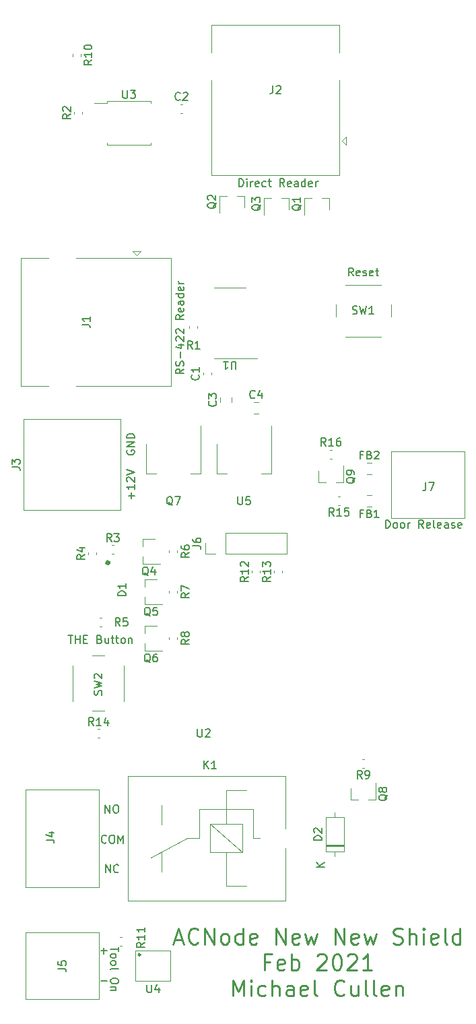
<source format=gbr>
%TF.GenerationSoftware,KiCad,Pcbnew,5.1.6-1.fc32*%
%TF.CreationDate,2021-02-06T17:56:30+01:00*%
%TF.ProjectId,New-New-ACNode-Shield,4e65772d-4e65-4772-9d41-434e6f64652d,rev?*%
%TF.SameCoordinates,Original*%
%TF.FileFunction,Legend,Top*%
%TF.FilePolarity,Positive*%
%FSLAX46Y46*%
G04 Gerber Fmt 4.6, Leading zero omitted, Abs format (unit mm)*
G04 Created by KiCad (PCBNEW 5.1.6-1.fc32) date 2021-02-06 17:56:30*
%MOMM*%
%LPD*%
G01*
G04 APERTURE LIST*
%ADD10C,0.250000*%
%ADD11C,0.150000*%
%ADD12C,0.120000*%
%ADD13C,0.300000*%
%ADD14C,0.500000*%
G04 APERTURE END LIST*
D10*
X142400000Y-159283333D02*
X143352380Y-159283333D01*
X142209523Y-159854761D02*
X142876190Y-157854761D01*
X143542857Y-159854761D01*
X145352380Y-159664285D02*
X145257142Y-159759523D01*
X144971428Y-159854761D01*
X144780952Y-159854761D01*
X144495238Y-159759523D01*
X144304761Y-159569047D01*
X144209523Y-159378571D01*
X144114285Y-158997619D01*
X144114285Y-158711904D01*
X144209523Y-158330952D01*
X144304761Y-158140476D01*
X144495238Y-157950000D01*
X144780952Y-157854761D01*
X144971428Y-157854761D01*
X145257142Y-157950000D01*
X145352380Y-158045238D01*
X146209523Y-159854761D02*
X146209523Y-157854761D01*
X147352380Y-159854761D01*
X147352380Y-157854761D01*
X148590476Y-159854761D02*
X148400000Y-159759523D01*
X148304761Y-159664285D01*
X148209523Y-159473809D01*
X148209523Y-158902380D01*
X148304761Y-158711904D01*
X148400000Y-158616666D01*
X148590476Y-158521428D01*
X148876190Y-158521428D01*
X149066666Y-158616666D01*
X149161904Y-158711904D01*
X149257142Y-158902380D01*
X149257142Y-159473809D01*
X149161904Y-159664285D01*
X149066666Y-159759523D01*
X148876190Y-159854761D01*
X148590476Y-159854761D01*
X150971428Y-159854761D02*
X150971428Y-157854761D01*
X150971428Y-159759523D02*
X150780952Y-159854761D01*
X150400000Y-159854761D01*
X150209523Y-159759523D01*
X150114285Y-159664285D01*
X150019047Y-159473809D01*
X150019047Y-158902380D01*
X150114285Y-158711904D01*
X150209523Y-158616666D01*
X150400000Y-158521428D01*
X150780952Y-158521428D01*
X150971428Y-158616666D01*
X152685714Y-159759523D02*
X152495238Y-159854761D01*
X152114285Y-159854761D01*
X151923809Y-159759523D01*
X151828571Y-159569047D01*
X151828571Y-158807142D01*
X151923809Y-158616666D01*
X152114285Y-158521428D01*
X152495238Y-158521428D01*
X152685714Y-158616666D01*
X152780952Y-158807142D01*
X152780952Y-158997619D01*
X151828571Y-159188095D01*
X155161904Y-159854761D02*
X155161904Y-157854761D01*
X156304761Y-159854761D01*
X156304761Y-157854761D01*
X158019047Y-159759523D02*
X157828571Y-159854761D01*
X157447619Y-159854761D01*
X157257142Y-159759523D01*
X157161904Y-159569047D01*
X157161904Y-158807142D01*
X157257142Y-158616666D01*
X157447619Y-158521428D01*
X157828571Y-158521428D01*
X158019047Y-158616666D01*
X158114285Y-158807142D01*
X158114285Y-158997619D01*
X157161904Y-159188095D01*
X158780952Y-158521428D02*
X159161904Y-159854761D01*
X159542857Y-158902380D01*
X159923809Y-159854761D01*
X160304761Y-158521428D01*
X162590476Y-159854761D02*
X162590476Y-157854761D01*
X163733333Y-159854761D01*
X163733333Y-157854761D01*
X165447619Y-159759523D02*
X165257142Y-159854761D01*
X164876190Y-159854761D01*
X164685714Y-159759523D01*
X164590476Y-159569047D01*
X164590476Y-158807142D01*
X164685714Y-158616666D01*
X164876190Y-158521428D01*
X165257142Y-158521428D01*
X165447619Y-158616666D01*
X165542857Y-158807142D01*
X165542857Y-158997619D01*
X164590476Y-159188095D01*
X166209523Y-158521428D02*
X166590476Y-159854761D01*
X166971428Y-158902380D01*
X167352380Y-159854761D01*
X167733333Y-158521428D01*
X169923809Y-159759523D02*
X170209523Y-159854761D01*
X170685714Y-159854761D01*
X170876190Y-159759523D01*
X170971428Y-159664285D01*
X171066666Y-159473809D01*
X171066666Y-159283333D01*
X170971428Y-159092857D01*
X170876190Y-158997619D01*
X170685714Y-158902380D01*
X170304761Y-158807142D01*
X170114285Y-158711904D01*
X170019047Y-158616666D01*
X169923809Y-158426190D01*
X169923809Y-158235714D01*
X170019047Y-158045238D01*
X170114285Y-157950000D01*
X170304761Y-157854761D01*
X170780952Y-157854761D01*
X171066666Y-157950000D01*
X171923809Y-159854761D02*
X171923809Y-157854761D01*
X172780952Y-159854761D02*
X172780952Y-158807142D01*
X172685714Y-158616666D01*
X172495238Y-158521428D01*
X172209523Y-158521428D01*
X172019047Y-158616666D01*
X171923809Y-158711904D01*
X173733333Y-159854761D02*
X173733333Y-158521428D01*
X173733333Y-157854761D02*
X173638095Y-157950000D01*
X173733333Y-158045238D01*
X173828571Y-157950000D01*
X173733333Y-157854761D01*
X173733333Y-158045238D01*
X175447619Y-159759523D02*
X175257142Y-159854761D01*
X174876190Y-159854761D01*
X174685714Y-159759523D01*
X174590476Y-159569047D01*
X174590476Y-158807142D01*
X174685714Y-158616666D01*
X174876190Y-158521428D01*
X175257142Y-158521428D01*
X175447619Y-158616666D01*
X175542857Y-158807142D01*
X175542857Y-158997619D01*
X174590476Y-159188095D01*
X176685714Y-159854761D02*
X176495238Y-159759523D01*
X176400000Y-159569047D01*
X176400000Y-157854761D01*
X178304761Y-159854761D02*
X178304761Y-157854761D01*
X178304761Y-159759523D02*
X178114285Y-159854761D01*
X177733333Y-159854761D01*
X177542857Y-159759523D01*
X177447619Y-159664285D01*
X177352380Y-159473809D01*
X177352380Y-158902380D01*
X177447619Y-158711904D01*
X177542857Y-158616666D01*
X177733333Y-158521428D01*
X178114285Y-158521428D01*
X178304761Y-158616666D01*
X154352380Y-162057142D02*
X153685714Y-162057142D01*
X153685714Y-163104761D02*
X153685714Y-161104761D01*
X154638095Y-161104761D01*
X156161904Y-163009523D02*
X155971428Y-163104761D01*
X155590476Y-163104761D01*
X155400000Y-163009523D01*
X155304761Y-162819047D01*
X155304761Y-162057142D01*
X155400000Y-161866666D01*
X155590476Y-161771428D01*
X155971428Y-161771428D01*
X156161904Y-161866666D01*
X156257142Y-162057142D01*
X156257142Y-162247619D01*
X155304761Y-162438095D01*
X157114285Y-163104761D02*
X157114285Y-161104761D01*
X157114285Y-161866666D02*
X157304761Y-161771428D01*
X157685714Y-161771428D01*
X157876190Y-161866666D01*
X157971428Y-161961904D01*
X158066666Y-162152380D01*
X158066666Y-162723809D01*
X157971428Y-162914285D01*
X157876190Y-163009523D01*
X157685714Y-163104761D01*
X157304761Y-163104761D01*
X157114285Y-163009523D01*
X160352380Y-161295238D02*
X160447619Y-161200000D01*
X160638095Y-161104761D01*
X161114285Y-161104761D01*
X161304761Y-161200000D01*
X161400000Y-161295238D01*
X161495238Y-161485714D01*
X161495238Y-161676190D01*
X161400000Y-161961904D01*
X160257142Y-163104761D01*
X161495238Y-163104761D01*
X162733333Y-161104761D02*
X162923809Y-161104761D01*
X163114285Y-161200000D01*
X163209523Y-161295238D01*
X163304761Y-161485714D01*
X163400000Y-161866666D01*
X163400000Y-162342857D01*
X163304761Y-162723809D01*
X163209523Y-162914285D01*
X163114285Y-163009523D01*
X162923809Y-163104761D01*
X162733333Y-163104761D01*
X162542857Y-163009523D01*
X162447619Y-162914285D01*
X162352380Y-162723809D01*
X162257142Y-162342857D01*
X162257142Y-161866666D01*
X162352380Y-161485714D01*
X162447619Y-161295238D01*
X162542857Y-161200000D01*
X162733333Y-161104761D01*
X164161904Y-161295238D02*
X164257142Y-161200000D01*
X164447619Y-161104761D01*
X164923809Y-161104761D01*
X165114285Y-161200000D01*
X165209523Y-161295238D01*
X165304761Y-161485714D01*
X165304761Y-161676190D01*
X165209523Y-161961904D01*
X164066666Y-163104761D01*
X165304761Y-163104761D01*
X167209523Y-163104761D02*
X166066666Y-163104761D01*
X166638095Y-163104761D02*
X166638095Y-161104761D01*
X166447619Y-161390476D01*
X166257142Y-161580952D01*
X166066666Y-161676190D01*
X149733333Y-166354761D02*
X149733333Y-164354761D01*
X150400000Y-165783333D01*
X151066666Y-164354761D01*
X151066666Y-166354761D01*
X152019047Y-166354761D02*
X152019047Y-165021428D01*
X152019047Y-164354761D02*
X151923809Y-164450000D01*
X152019047Y-164545238D01*
X152114285Y-164450000D01*
X152019047Y-164354761D01*
X152019047Y-164545238D01*
X153828571Y-166259523D02*
X153638095Y-166354761D01*
X153257142Y-166354761D01*
X153066666Y-166259523D01*
X152971428Y-166164285D01*
X152876190Y-165973809D01*
X152876190Y-165402380D01*
X152971428Y-165211904D01*
X153066666Y-165116666D01*
X153257142Y-165021428D01*
X153638095Y-165021428D01*
X153828571Y-165116666D01*
X154685714Y-166354761D02*
X154685714Y-164354761D01*
X155542857Y-166354761D02*
X155542857Y-165307142D01*
X155447619Y-165116666D01*
X155257142Y-165021428D01*
X154971428Y-165021428D01*
X154780952Y-165116666D01*
X154685714Y-165211904D01*
X157352380Y-166354761D02*
X157352380Y-165307142D01*
X157257142Y-165116666D01*
X157066666Y-165021428D01*
X156685714Y-165021428D01*
X156495238Y-165116666D01*
X157352380Y-166259523D02*
X157161904Y-166354761D01*
X156685714Y-166354761D01*
X156495238Y-166259523D01*
X156400000Y-166069047D01*
X156400000Y-165878571D01*
X156495238Y-165688095D01*
X156685714Y-165592857D01*
X157161904Y-165592857D01*
X157352380Y-165497619D01*
X159066666Y-166259523D02*
X158876190Y-166354761D01*
X158495238Y-166354761D01*
X158304761Y-166259523D01*
X158209523Y-166069047D01*
X158209523Y-165307142D01*
X158304761Y-165116666D01*
X158495238Y-165021428D01*
X158876190Y-165021428D01*
X159066666Y-165116666D01*
X159161904Y-165307142D01*
X159161904Y-165497619D01*
X158209523Y-165688095D01*
X160304761Y-166354761D02*
X160114285Y-166259523D01*
X160019047Y-166069047D01*
X160019047Y-164354761D01*
X163733333Y-166164285D02*
X163638095Y-166259523D01*
X163352380Y-166354761D01*
X163161904Y-166354761D01*
X162876190Y-166259523D01*
X162685714Y-166069047D01*
X162590476Y-165878571D01*
X162495238Y-165497619D01*
X162495238Y-165211904D01*
X162590476Y-164830952D01*
X162685714Y-164640476D01*
X162876190Y-164450000D01*
X163161904Y-164354761D01*
X163352380Y-164354761D01*
X163638095Y-164450000D01*
X163733333Y-164545238D01*
X165447619Y-165021428D02*
X165447619Y-166354761D01*
X164590476Y-165021428D02*
X164590476Y-166069047D01*
X164685714Y-166259523D01*
X164876190Y-166354761D01*
X165161904Y-166354761D01*
X165352380Y-166259523D01*
X165447619Y-166164285D01*
X166685714Y-166354761D02*
X166495238Y-166259523D01*
X166400000Y-166069047D01*
X166400000Y-164354761D01*
X167733333Y-166354761D02*
X167542857Y-166259523D01*
X167447619Y-166069047D01*
X167447619Y-164354761D01*
X169257142Y-166259523D02*
X169066666Y-166354761D01*
X168685714Y-166354761D01*
X168495238Y-166259523D01*
X168400000Y-166069047D01*
X168400000Y-165307142D01*
X168495238Y-165116666D01*
X168685714Y-165021428D01*
X169066666Y-165021428D01*
X169257142Y-165116666D01*
X169352380Y-165307142D01*
X169352380Y-165497619D01*
X168400000Y-165688095D01*
X170209523Y-165021428D02*
X170209523Y-166354761D01*
X170209523Y-165211904D02*
X170304761Y-165116666D01*
X170495238Y-165021428D01*
X170780952Y-165021428D01*
X170971428Y-165116666D01*
X171066666Y-165307142D01*
X171066666Y-166354761D01*
D11*
X168938095Y-107552380D02*
X168938095Y-106552380D01*
X169176190Y-106552380D01*
X169319047Y-106600000D01*
X169414285Y-106695238D01*
X169461904Y-106790476D01*
X169509523Y-106980952D01*
X169509523Y-107123809D01*
X169461904Y-107314285D01*
X169414285Y-107409523D01*
X169319047Y-107504761D01*
X169176190Y-107552380D01*
X168938095Y-107552380D01*
X170080952Y-107552380D02*
X169985714Y-107504761D01*
X169938095Y-107457142D01*
X169890476Y-107361904D01*
X169890476Y-107076190D01*
X169938095Y-106980952D01*
X169985714Y-106933333D01*
X170080952Y-106885714D01*
X170223809Y-106885714D01*
X170319047Y-106933333D01*
X170366666Y-106980952D01*
X170414285Y-107076190D01*
X170414285Y-107361904D01*
X170366666Y-107457142D01*
X170319047Y-107504761D01*
X170223809Y-107552380D01*
X170080952Y-107552380D01*
X170985714Y-107552380D02*
X170890476Y-107504761D01*
X170842857Y-107457142D01*
X170795238Y-107361904D01*
X170795238Y-107076190D01*
X170842857Y-106980952D01*
X170890476Y-106933333D01*
X170985714Y-106885714D01*
X171128571Y-106885714D01*
X171223809Y-106933333D01*
X171271428Y-106980952D01*
X171319047Y-107076190D01*
X171319047Y-107361904D01*
X171271428Y-107457142D01*
X171223809Y-107504761D01*
X171128571Y-107552380D01*
X170985714Y-107552380D01*
X171747619Y-107552380D02*
X171747619Y-106885714D01*
X171747619Y-107076190D02*
X171795238Y-106980952D01*
X171842857Y-106933333D01*
X171938095Y-106885714D01*
X172033333Y-106885714D01*
X173700000Y-107552380D02*
X173366666Y-107076190D01*
X173128571Y-107552380D02*
X173128571Y-106552380D01*
X173509523Y-106552380D01*
X173604761Y-106600000D01*
X173652380Y-106647619D01*
X173700000Y-106742857D01*
X173700000Y-106885714D01*
X173652380Y-106980952D01*
X173604761Y-107028571D01*
X173509523Y-107076190D01*
X173128571Y-107076190D01*
X174509523Y-107504761D02*
X174414285Y-107552380D01*
X174223809Y-107552380D01*
X174128571Y-107504761D01*
X174080952Y-107409523D01*
X174080952Y-107028571D01*
X174128571Y-106933333D01*
X174223809Y-106885714D01*
X174414285Y-106885714D01*
X174509523Y-106933333D01*
X174557142Y-107028571D01*
X174557142Y-107123809D01*
X174080952Y-107219047D01*
X175128571Y-107552380D02*
X175033333Y-107504761D01*
X174985714Y-107409523D01*
X174985714Y-106552380D01*
X175890476Y-107504761D02*
X175795238Y-107552380D01*
X175604761Y-107552380D01*
X175509523Y-107504761D01*
X175461904Y-107409523D01*
X175461904Y-107028571D01*
X175509523Y-106933333D01*
X175604761Y-106885714D01*
X175795238Y-106885714D01*
X175890476Y-106933333D01*
X175938095Y-107028571D01*
X175938095Y-107123809D01*
X175461904Y-107219047D01*
X176795238Y-107552380D02*
X176795238Y-107028571D01*
X176747619Y-106933333D01*
X176652380Y-106885714D01*
X176461904Y-106885714D01*
X176366666Y-106933333D01*
X176795238Y-107504761D02*
X176700000Y-107552380D01*
X176461904Y-107552380D01*
X176366666Y-107504761D01*
X176319047Y-107409523D01*
X176319047Y-107314285D01*
X176366666Y-107219047D01*
X176461904Y-107171428D01*
X176700000Y-107171428D01*
X176795238Y-107123809D01*
X177223809Y-107504761D02*
X177319047Y-107552380D01*
X177509523Y-107552380D01*
X177604761Y-107504761D01*
X177652380Y-107409523D01*
X177652380Y-107361904D01*
X177604761Y-107266666D01*
X177509523Y-107219047D01*
X177366666Y-107219047D01*
X177271428Y-107171428D01*
X177223809Y-107076190D01*
X177223809Y-107028571D01*
X177271428Y-106933333D01*
X177366666Y-106885714D01*
X177509523Y-106885714D01*
X177604761Y-106933333D01*
X178461904Y-107504761D02*
X178366666Y-107552380D01*
X178176190Y-107552380D01*
X178080952Y-107504761D01*
X178033333Y-107409523D01*
X178033333Y-107028571D01*
X178080952Y-106933333D01*
X178176190Y-106885714D01*
X178366666Y-106885714D01*
X178461904Y-106933333D01*
X178509523Y-107028571D01*
X178509523Y-107123809D01*
X178033333Y-107219047D01*
X143552380Y-87566666D02*
X143076190Y-87900000D01*
X143552380Y-88138095D02*
X142552380Y-88138095D01*
X142552380Y-87757142D01*
X142600000Y-87661904D01*
X142647619Y-87614285D01*
X142742857Y-87566666D01*
X142885714Y-87566666D01*
X142980952Y-87614285D01*
X143028571Y-87661904D01*
X143076190Y-87757142D01*
X143076190Y-88138095D01*
X143504761Y-87185714D02*
X143552380Y-87042857D01*
X143552380Y-86804761D01*
X143504761Y-86709523D01*
X143457142Y-86661904D01*
X143361904Y-86614285D01*
X143266666Y-86614285D01*
X143171428Y-86661904D01*
X143123809Y-86709523D01*
X143076190Y-86804761D01*
X143028571Y-86995238D01*
X142980952Y-87090476D01*
X142933333Y-87138095D01*
X142838095Y-87185714D01*
X142742857Y-87185714D01*
X142647619Y-87138095D01*
X142600000Y-87090476D01*
X142552380Y-86995238D01*
X142552380Y-86757142D01*
X142600000Y-86614285D01*
X143171428Y-86185714D02*
X143171428Y-85423809D01*
X142885714Y-84519047D02*
X143552380Y-84519047D01*
X142504761Y-84757142D02*
X143219047Y-84995238D01*
X143219047Y-84376190D01*
X142647619Y-84042857D02*
X142600000Y-83995238D01*
X142552380Y-83900000D01*
X142552380Y-83661904D01*
X142600000Y-83566666D01*
X142647619Y-83519047D01*
X142742857Y-83471428D01*
X142838095Y-83471428D01*
X142980952Y-83519047D01*
X143552380Y-84090476D01*
X143552380Y-83471428D01*
X142647619Y-83090476D02*
X142600000Y-83042857D01*
X142552380Y-82947619D01*
X142552380Y-82709523D01*
X142600000Y-82614285D01*
X142647619Y-82566666D01*
X142742857Y-82519047D01*
X142838095Y-82519047D01*
X142980952Y-82566666D01*
X143552380Y-83138095D01*
X143552380Y-82519047D01*
X143552380Y-80757142D02*
X143076190Y-81090476D01*
X143552380Y-81328571D02*
X142552380Y-81328571D01*
X142552380Y-80947619D01*
X142600000Y-80852380D01*
X142647619Y-80804761D01*
X142742857Y-80757142D01*
X142885714Y-80757142D01*
X142980952Y-80804761D01*
X143028571Y-80852380D01*
X143076190Y-80947619D01*
X143076190Y-81328571D01*
X143504761Y-79947619D02*
X143552380Y-80042857D01*
X143552380Y-80233333D01*
X143504761Y-80328571D01*
X143409523Y-80376190D01*
X143028571Y-80376190D01*
X142933333Y-80328571D01*
X142885714Y-80233333D01*
X142885714Y-80042857D01*
X142933333Y-79947619D01*
X143028571Y-79900000D01*
X143123809Y-79900000D01*
X143219047Y-80376190D01*
X143552380Y-79042857D02*
X143028571Y-79042857D01*
X142933333Y-79090476D01*
X142885714Y-79185714D01*
X142885714Y-79376190D01*
X142933333Y-79471428D01*
X143504761Y-79042857D02*
X143552380Y-79138095D01*
X143552380Y-79376190D01*
X143504761Y-79471428D01*
X143409523Y-79519047D01*
X143314285Y-79519047D01*
X143219047Y-79471428D01*
X143171428Y-79376190D01*
X143171428Y-79138095D01*
X143123809Y-79042857D01*
X143552380Y-78138095D02*
X142552380Y-78138095D01*
X143504761Y-78138095D02*
X143552380Y-78233333D01*
X143552380Y-78423809D01*
X143504761Y-78519047D01*
X143457142Y-78566666D01*
X143361904Y-78614285D01*
X143076190Y-78614285D01*
X142980952Y-78566666D01*
X142933333Y-78519047D01*
X142885714Y-78423809D01*
X142885714Y-78233333D01*
X142933333Y-78138095D01*
X143504761Y-77280952D02*
X143552380Y-77376190D01*
X143552380Y-77566666D01*
X143504761Y-77661904D01*
X143409523Y-77709523D01*
X143028571Y-77709523D01*
X142933333Y-77661904D01*
X142885714Y-77566666D01*
X142885714Y-77376190D01*
X142933333Y-77280952D01*
X143028571Y-77233333D01*
X143123809Y-77233333D01*
X143219047Y-77709523D01*
X143552380Y-76804761D02*
X142885714Y-76804761D01*
X143076190Y-76804761D02*
X142980952Y-76757142D01*
X142933333Y-76709523D01*
X142885714Y-76614285D01*
X142885714Y-76519047D01*
X150495238Y-64652380D02*
X150495238Y-63652380D01*
X150733333Y-63652380D01*
X150876190Y-63700000D01*
X150971428Y-63795238D01*
X151019047Y-63890476D01*
X151066666Y-64080952D01*
X151066666Y-64223809D01*
X151019047Y-64414285D01*
X150971428Y-64509523D01*
X150876190Y-64604761D01*
X150733333Y-64652380D01*
X150495238Y-64652380D01*
X151495238Y-64652380D02*
X151495238Y-63985714D01*
X151495238Y-63652380D02*
X151447619Y-63700000D01*
X151495238Y-63747619D01*
X151542857Y-63700000D01*
X151495238Y-63652380D01*
X151495238Y-63747619D01*
X151971428Y-64652380D02*
X151971428Y-63985714D01*
X151971428Y-64176190D02*
X152019047Y-64080952D01*
X152066666Y-64033333D01*
X152161904Y-63985714D01*
X152257142Y-63985714D01*
X152971428Y-64604761D02*
X152876190Y-64652380D01*
X152685714Y-64652380D01*
X152590476Y-64604761D01*
X152542857Y-64509523D01*
X152542857Y-64128571D01*
X152590476Y-64033333D01*
X152685714Y-63985714D01*
X152876190Y-63985714D01*
X152971428Y-64033333D01*
X153019047Y-64128571D01*
X153019047Y-64223809D01*
X152542857Y-64319047D01*
X153876190Y-64604761D02*
X153780952Y-64652380D01*
X153590476Y-64652380D01*
X153495238Y-64604761D01*
X153447619Y-64557142D01*
X153400000Y-64461904D01*
X153400000Y-64176190D01*
X153447619Y-64080952D01*
X153495238Y-64033333D01*
X153590476Y-63985714D01*
X153780952Y-63985714D01*
X153876190Y-64033333D01*
X154161904Y-63985714D02*
X154542857Y-63985714D01*
X154304761Y-63652380D02*
X154304761Y-64509523D01*
X154352380Y-64604761D01*
X154447619Y-64652380D01*
X154542857Y-64652380D01*
X156209523Y-64652380D02*
X155876190Y-64176190D01*
X155638095Y-64652380D02*
X155638095Y-63652380D01*
X156019047Y-63652380D01*
X156114285Y-63700000D01*
X156161904Y-63747619D01*
X156209523Y-63842857D01*
X156209523Y-63985714D01*
X156161904Y-64080952D01*
X156114285Y-64128571D01*
X156019047Y-64176190D01*
X155638095Y-64176190D01*
X157019047Y-64604761D02*
X156923809Y-64652380D01*
X156733333Y-64652380D01*
X156638095Y-64604761D01*
X156590476Y-64509523D01*
X156590476Y-64128571D01*
X156638095Y-64033333D01*
X156733333Y-63985714D01*
X156923809Y-63985714D01*
X157019047Y-64033333D01*
X157066666Y-64128571D01*
X157066666Y-64223809D01*
X156590476Y-64319047D01*
X157923809Y-64652380D02*
X157923809Y-64128571D01*
X157876190Y-64033333D01*
X157780952Y-63985714D01*
X157590476Y-63985714D01*
X157495238Y-64033333D01*
X157923809Y-64604761D02*
X157828571Y-64652380D01*
X157590476Y-64652380D01*
X157495238Y-64604761D01*
X157447619Y-64509523D01*
X157447619Y-64414285D01*
X157495238Y-64319047D01*
X157590476Y-64271428D01*
X157828571Y-64271428D01*
X157923809Y-64223809D01*
X158828571Y-64652380D02*
X158828571Y-63652380D01*
X158828571Y-64604761D02*
X158733333Y-64652380D01*
X158542857Y-64652380D01*
X158447619Y-64604761D01*
X158400000Y-64557142D01*
X158352380Y-64461904D01*
X158352380Y-64176190D01*
X158400000Y-64080952D01*
X158447619Y-64033333D01*
X158542857Y-63985714D01*
X158733333Y-63985714D01*
X158828571Y-64033333D01*
X159685714Y-64604761D02*
X159590476Y-64652380D01*
X159400000Y-64652380D01*
X159304761Y-64604761D01*
X159257142Y-64509523D01*
X159257142Y-64128571D01*
X159304761Y-64033333D01*
X159400000Y-63985714D01*
X159590476Y-63985714D01*
X159685714Y-64033333D01*
X159733333Y-64128571D01*
X159733333Y-64223809D01*
X159257142Y-64319047D01*
X160161904Y-64652380D02*
X160161904Y-63985714D01*
X160161904Y-64176190D02*
X160209523Y-64080952D01*
X160257142Y-64033333D01*
X160352380Y-63985714D01*
X160447619Y-63985714D01*
X164861904Y-75852380D02*
X164528571Y-75376190D01*
X164290476Y-75852380D02*
X164290476Y-74852380D01*
X164671428Y-74852380D01*
X164766666Y-74900000D01*
X164814285Y-74947619D01*
X164861904Y-75042857D01*
X164861904Y-75185714D01*
X164814285Y-75280952D01*
X164766666Y-75328571D01*
X164671428Y-75376190D01*
X164290476Y-75376190D01*
X165671428Y-75804761D02*
X165576190Y-75852380D01*
X165385714Y-75852380D01*
X165290476Y-75804761D01*
X165242857Y-75709523D01*
X165242857Y-75328571D01*
X165290476Y-75233333D01*
X165385714Y-75185714D01*
X165576190Y-75185714D01*
X165671428Y-75233333D01*
X165719047Y-75328571D01*
X165719047Y-75423809D01*
X165242857Y-75519047D01*
X166100000Y-75804761D02*
X166195238Y-75852380D01*
X166385714Y-75852380D01*
X166480952Y-75804761D01*
X166528571Y-75709523D01*
X166528571Y-75661904D01*
X166480952Y-75566666D01*
X166385714Y-75519047D01*
X166242857Y-75519047D01*
X166147619Y-75471428D01*
X166100000Y-75376190D01*
X166100000Y-75328571D01*
X166147619Y-75233333D01*
X166242857Y-75185714D01*
X166385714Y-75185714D01*
X166480952Y-75233333D01*
X167338095Y-75804761D02*
X167242857Y-75852380D01*
X167052380Y-75852380D01*
X166957142Y-75804761D01*
X166909523Y-75709523D01*
X166909523Y-75328571D01*
X166957142Y-75233333D01*
X167052380Y-75185714D01*
X167242857Y-75185714D01*
X167338095Y-75233333D01*
X167385714Y-75328571D01*
X167385714Y-75423809D01*
X166909523Y-75519047D01*
X167671428Y-75185714D02*
X168052380Y-75185714D01*
X167814285Y-74852380D02*
X167814285Y-75709523D01*
X167861904Y-75804761D01*
X167957142Y-75852380D01*
X168052380Y-75852380D01*
X129028571Y-121052380D02*
X129600000Y-121052380D01*
X129314285Y-122052380D02*
X129314285Y-121052380D01*
X129933333Y-122052380D02*
X129933333Y-121052380D01*
X129933333Y-121528571D02*
X130504761Y-121528571D01*
X130504761Y-122052380D02*
X130504761Y-121052380D01*
X130980952Y-121528571D02*
X131314285Y-121528571D01*
X131457142Y-122052380D02*
X130980952Y-122052380D01*
X130980952Y-121052380D01*
X131457142Y-121052380D01*
X132980952Y-121528571D02*
X133123809Y-121576190D01*
X133171428Y-121623809D01*
X133219047Y-121719047D01*
X133219047Y-121861904D01*
X133171428Y-121957142D01*
X133123809Y-122004761D01*
X133028571Y-122052380D01*
X132647619Y-122052380D01*
X132647619Y-121052380D01*
X132980952Y-121052380D01*
X133076190Y-121100000D01*
X133123809Y-121147619D01*
X133171428Y-121242857D01*
X133171428Y-121338095D01*
X133123809Y-121433333D01*
X133076190Y-121480952D01*
X132980952Y-121528571D01*
X132647619Y-121528571D01*
X134076190Y-121385714D02*
X134076190Y-122052380D01*
X133647619Y-121385714D02*
X133647619Y-121909523D01*
X133695238Y-122004761D01*
X133790476Y-122052380D01*
X133933333Y-122052380D01*
X134028571Y-122004761D01*
X134076190Y-121957142D01*
X134409523Y-121385714D02*
X134790476Y-121385714D01*
X134552380Y-121052380D02*
X134552380Y-121909523D01*
X134600000Y-122004761D01*
X134695238Y-122052380D01*
X134790476Y-122052380D01*
X134980952Y-121385714D02*
X135361904Y-121385714D01*
X135123809Y-121052380D02*
X135123809Y-121909523D01*
X135171428Y-122004761D01*
X135266666Y-122052380D01*
X135361904Y-122052380D01*
X135838095Y-122052380D02*
X135742857Y-122004761D01*
X135695238Y-121957142D01*
X135647619Y-121861904D01*
X135647619Y-121576190D01*
X135695238Y-121480952D01*
X135742857Y-121433333D01*
X135838095Y-121385714D01*
X135980952Y-121385714D01*
X136076190Y-121433333D01*
X136123809Y-121480952D01*
X136171428Y-121576190D01*
X136171428Y-121861904D01*
X136123809Y-121957142D01*
X136076190Y-122004761D01*
X135980952Y-122052380D01*
X135838095Y-122052380D01*
X136600000Y-121385714D02*
X136600000Y-122052380D01*
X136600000Y-121480952D02*
X136647619Y-121433333D01*
X136742857Y-121385714D01*
X136885714Y-121385714D01*
X136980952Y-121433333D01*
X137028571Y-121528571D01*
X137028571Y-122052380D01*
X135347619Y-160190476D02*
X135347619Y-160761904D01*
X134347619Y-160476190D02*
X135347619Y-160476190D01*
X134347619Y-161238095D02*
X134395238Y-161142857D01*
X134442857Y-161095238D01*
X134538095Y-161047619D01*
X134823809Y-161047619D01*
X134919047Y-161095238D01*
X134966666Y-161142857D01*
X135014285Y-161238095D01*
X135014285Y-161380952D01*
X134966666Y-161476190D01*
X134919047Y-161523809D01*
X134823809Y-161571428D01*
X134538095Y-161571428D01*
X134442857Y-161523809D01*
X134395238Y-161476190D01*
X134347619Y-161380952D01*
X134347619Y-161238095D01*
X134347619Y-162142857D02*
X134395238Y-162047619D01*
X134442857Y-162000000D01*
X134538095Y-161952380D01*
X134823809Y-161952380D01*
X134919047Y-162000000D01*
X134966666Y-162047619D01*
X135014285Y-162142857D01*
X135014285Y-162285714D01*
X134966666Y-162380952D01*
X134919047Y-162428571D01*
X134823809Y-162476190D01*
X134538095Y-162476190D01*
X134442857Y-162428571D01*
X134395238Y-162380952D01*
X134347619Y-162285714D01*
X134347619Y-162142857D01*
X134347619Y-163047619D02*
X134395238Y-162952380D01*
X134490476Y-162904761D01*
X135347619Y-162904761D01*
X135347619Y-164380952D02*
X135347619Y-164571428D01*
X135300000Y-164666666D01*
X135204761Y-164761904D01*
X135014285Y-164809523D01*
X134680952Y-164809523D01*
X134490476Y-164761904D01*
X134395238Y-164666666D01*
X134347619Y-164571428D01*
X134347619Y-164380952D01*
X134395238Y-164285714D01*
X134490476Y-164190476D01*
X134680952Y-164142857D01*
X135014285Y-164142857D01*
X135204761Y-164190476D01*
X135300000Y-164285714D01*
X135347619Y-164380952D01*
X135014285Y-165238095D02*
X134347619Y-165238095D01*
X134919047Y-165238095D02*
X134966666Y-165285714D01*
X135014285Y-165380952D01*
X135014285Y-165523809D01*
X134966666Y-165619047D01*
X134871428Y-165666666D01*
X134347619Y-165666666D01*
X133119047Y-164471428D02*
X133880952Y-164471428D01*
X133119047Y-160671428D02*
X133880952Y-160671428D01*
X133500000Y-161052380D02*
X133500000Y-160290476D01*
X133714285Y-150852380D02*
X133714285Y-149852380D01*
X134285714Y-150852380D01*
X134285714Y-149852380D01*
X135333333Y-150757142D02*
X135285714Y-150804761D01*
X135142857Y-150852380D01*
X135047619Y-150852380D01*
X134904761Y-150804761D01*
X134809523Y-150709523D01*
X134761904Y-150614285D01*
X134714285Y-150423809D01*
X134714285Y-150280952D01*
X134761904Y-150090476D01*
X134809523Y-149995238D01*
X134904761Y-149900000D01*
X135047619Y-149852380D01*
X135142857Y-149852380D01*
X135285714Y-149900000D01*
X135333333Y-149947619D01*
X133814285Y-147057142D02*
X133766666Y-147104761D01*
X133623809Y-147152380D01*
X133528571Y-147152380D01*
X133385714Y-147104761D01*
X133290476Y-147009523D01*
X133242857Y-146914285D01*
X133195238Y-146723809D01*
X133195238Y-146580952D01*
X133242857Y-146390476D01*
X133290476Y-146295238D01*
X133385714Y-146200000D01*
X133528571Y-146152380D01*
X133623809Y-146152380D01*
X133766666Y-146200000D01*
X133814285Y-146247619D01*
X134433333Y-146152380D02*
X134623809Y-146152380D01*
X134719047Y-146200000D01*
X134814285Y-146295238D01*
X134861904Y-146485714D01*
X134861904Y-146819047D01*
X134814285Y-147009523D01*
X134719047Y-147104761D01*
X134623809Y-147152380D01*
X134433333Y-147152380D01*
X134338095Y-147104761D01*
X134242857Y-147009523D01*
X134195238Y-146819047D01*
X134195238Y-146485714D01*
X134242857Y-146295238D01*
X134338095Y-146200000D01*
X134433333Y-146152380D01*
X135290476Y-147152380D02*
X135290476Y-146152380D01*
X135623809Y-146866666D01*
X135957142Y-146152380D01*
X135957142Y-147152380D01*
X133690476Y-143352380D02*
X133690476Y-142352380D01*
X134261904Y-143352380D01*
X134261904Y-142352380D01*
X134928571Y-142352380D02*
X135119047Y-142352380D01*
X135214285Y-142400000D01*
X135309523Y-142495238D01*
X135357142Y-142685714D01*
X135357142Y-143019047D01*
X135309523Y-143209523D01*
X135214285Y-143304761D01*
X135119047Y-143352380D01*
X134928571Y-143352380D01*
X134833333Y-143304761D01*
X134738095Y-143209523D01*
X134690476Y-143019047D01*
X134690476Y-142685714D01*
X134738095Y-142495238D01*
X134833333Y-142400000D01*
X134928571Y-142352380D01*
X136977428Y-103869904D02*
X136977428Y-103108000D01*
X137358380Y-103488952D02*
X136596476Y-103488952D01*
X137358380Y-102108000D02*
X137358380Y-102679428D01*
X137358380Y-102393714D02*
X136358380Y-102393714D01*
X136501238Y-102488952D01*
X136596476Y-102584190D01*
X136644095Y-102679428D01*
X136453619Y-101727047D02*
X136406000Y-101679428D01*
X136358380Y-101584190D01*
X136358380Y-101346095D01*
X136406000Y-101250857D01*
X136453619Y-101203238D01*
X136548857Y-101155619D01*
X136644095Y-101155619D01*
X136786952Y-101203238D01*
X137358380Y-101774666D01*
X137358380Y-101155619D01*
X136358380Y-100869904D02*
X137358380Y-100536571D01*
X136358380Y-100203238D01*
X136406000Y-97789904D02*
X136358380Y-97885142D01*
X136358380Y-98028000D01*
X136406000Y-98170857D01*
X136501238Y-98266095D01*
X136596476Y-98313714D01*
X136786952Y-98361333D01*
X136929809Y-98361333D01*
X137120285Y-98313714D01*
X137215523Y-98266095D01*
X137310761Y-98170857D01*
X137358380Y-98028000D01*
X137358380Y-97932761D01*
X137310761Y-97789904D01*
X137263142Y-97742285D01*
X136929809Y-97742285D01*
X136929809Y-97932761D01*
X137358380Y-97313714D02*
X136358380Y-97313714D01*
X137358380Y-96742285D01*
X136358380Y-96742285D01*
X137358380Y-96266095D02*
X136358380Y-96266095D01*
X136358380Y-96028000D01*
X136406000Y-95885142D01*
X136501238Y-95789904D01*
X136596476Y-95742285D01*
X136786952Y-95694666D01*
X136929809Y-95694666D01*
X137120285Y-95742285D01*
X137215523Y-95789904D01*
X137310761Y-95885142D01*
X137358380Y-96028000D01*
X137358380Y-96266095D01*
D12*
%TO.C,K1*%
X156340000Y-145358000D02*
X156340000Y-138758000D01*
X156340000Y-154358000D02*
X156340000Y-147758000D01*
X156340000Y-154358000D02*
X136540000Y-154358000D01*
X136540000Y-154358000D02*
X136540000Y-138758000D01*
X136540000Y-138758000D02*
X156340000Y-138758000D01*
X140790000Y-142358000D02*
X140790000Y-144808000D01*
X140790000Y-150758000D02*
X140790000Y-148258000D01*
X151390000Y-140508000D02*
X148890000Y-140508000D01*
X152290000Y-146508000D02*
X153090000Y-146508000D01*
X148890000Y-152508000D02*
X151390000Y-152508000D01*
X145490000Y-146508000D02*
X143990000Y-146508000D01*
X143990000Y-146508000D02*
X139390000Y-149008000D01*
X145490000Y-142908000D02*
X152290000Y-142908000D01*
X145490000Y-146508000D02*
X145490000Y-142908000D01*
X152290000Y-146508000D02*
X152290000Y-142908000D01*
X148890000Y-152508000D02*
X148890000Y-148308000D01*
X148890000Y-144708000D02*
X148890000Y-140508000D01*
X146890000Y-144708000D02*
X150890000Y-148308000D01*
X150890000Y-144708000D02*
X150890000Y-148308000D01*
X150890000Y-148308000D02*
X146890000Y-148308000D01*
X146890000Y-148308000D02*
X146890000Y-144708000D01*
X146890000Y-144708000D02*
X150890000Y-144708000D01*
%TO.C,U5*%
X147720000Y-100716000D02*
X148980000Y-100716000D01*
X154540000Y-100716000D02*
X153280000Y-100716000D01*
X147720000Y-96956000D02*
X147720000Y-100716000D01*
X154540000Y-94706000D02*
X154540000Y-100716000D01*
D13*
%TO.C,U4*%
X138065139Y-161185000D02*
G75*
G03*
X138065139Y-161185000I-90139J0D01*
G01*
D12*
X137500000Y-164485000D02*
X137500000Y-160635000D01*
X141900000Y-164485000D02*
X137500000Y-164485000D01*
X141900000Y-160635000D02*
X141900000Y-164485000D01*
X137500000Y-160635000D02*
X141900000Y-160635000D01*
%TO.C,U3*%
X136652000Y-59367000D02*
X139377000Y-59367000D01*
X139377000Y-59367000D02*
X139377000Y-59107000D01*
X136652000Y-59367000D02*
X133927000Y-59367000D01*
X133927000Y-59367000D02*
X133927000Y-59107000D01*
X136652000Y-53917000D02*
X139377000Y-53917000D01*
X139377000Y-53917000D02*
X139377000Y-54177000D01*
X136652000Y-53917000D02*
X133927000Y-53917000D01*
X133927000Y-53917000D02*
X133927000Y-54177000D01*
X133927000Y-54177000D02*
X132252000Y-54177000D01*
%TO.C,U1*%
X149352000Y-77353000D02*
X147402000Y-77353000D01*
X149352000Y-77353000D02*
X151302000Y-77353000D01*
X149352000Y-86223000D02*
X147402000Y-86223000D01*
X149352000Y-86223000D02*
X152802000Y-86223000D01*
%TO.C,SW2*%
X136056000Y-129302000D02*
X136056000Y-124802000D01*
X132056000Y-130552000D02*
X133556000Y-130552000D01*
X129556000Y-124802000D02*
X129556000Y-129302000D01*
X133556000Y-123552000D02*
X132056000Y-123552000D01*
%TO.C,SW1*%
X163900000Y-83500000D02*
X168400000Y-83500000D01*
X162650000Y-79500000D02*
X162650000Y-81000000D01*
X168400000Y-77000000D02*
X163900000Y-77000000D01*
X169650000Y-81000000D02*
X169650000Y-79500000D01*
%TO.C,R16*%
X162214779Y-98808000D02*
X161889221Y-98808000D01*
X162214779Y-97788000D02*
X161889221Y-97788000D01*
%TO.C,R15*%
X163230779Y-104650000D02*
X162905221Y-104650000D01*
X163230779Y-103630000D02*
X162905221Y-103630000D01*
%TO.C,R14*%
X132679221Y-132840000D02*
X133004779Y-132840000D01*
X132679221Y-133860000D02*
X133004779Y-133860000D01*
%TO.C,R13*%
X154938000Y-113192779D02*
X154938000Y-112867221D01*
X155958000Y-113192779D02*
X155958000Y-112867221D01*
%TO.C,R12*%
X152144000Y-113192779D02*
X152144000Y-112867221D01*
X153164000Y-113192779D02*
X153164000Y-112867221D01*
%TO.C,R11*%
X135798779Y-160022000D02*
X135473221Y-160022000D01*
X135798779Y-159002000D02*
X135473221Y-159002000D01*
%TO.C,R10*%
X130610000Y-47937221D02*
X130610000Y-48262779D01*
X129590000Y-47937221D02*
X129590000Y-48262779D01*
%TO.C,R9*%
X166278779Y-137670000D02*
X165953221Y-137670000D01*
X166278779Y-136650000D02*
X165953221Y-136650000D01*
%TO.C,R8*%
X141730000Y-121574779D02*
X141730000Y-121249221D01*
X142750000Y-121574779D02*
X142750000Y-121249221D01*
%TO.C,R7*%
X141730000Y-115732779D02*
X141730000Y-115407221D01*
X142750000Y-115732779D02*
X142750000Y-115407221D01*
%TO.C,R6*%
X141730000Y-110652779D02*
X141730000Y-110327221D01*
X142750000Y-110652779D02*
X142750000Y-110327221D01*
%TO.C,R5*%
X132933221Y-118870000D02*
X133258779Y-118870000D01*
X132933221Y-119890000D02*
X133258779Y-119890000D01*
%TO.C,R4*%
X131570000Y-110906779D02*
X131570000Y-110581221D01*
X132590000Y-110906779D02*
X132590000Y-110581221D01*
%TO.C,R3*%
X134457221Y-109726000D02*
X134782779Y-109726000D01*
X134457221Y-110746000D02*
X134782779Y-110746000D01*
%TO.C,R2*%
X129792000Y-55534779D02*
X129792000Y-55209221D01*
X130812000Y-55534779D02*
X130812000Y-55209221D01*
%TO.C,R1*%
X145290000Y-82133221D02*
X145290000Y-82458779D01*
X144270000Y-82133221D02*
X144270000Y-82458779D01*
%TO.C,Q9*%
X160472000Y-101852000D02*
X161402000Y-101852000D01*
X163632000Y-101852000D02*
X162702000Y-101852000D01*
X163632000Y-101852000D02*
X163632000Y-99692000D01*
X160472000Y-101852000D02*
X160472000Y-100392000D01*
%TO.C,Q8*%
X164536000Y-141730000D02*
X165466000Y-141730000D01*
X167696000Y-141730000D02*
X166766000Y-141730000D01*
X167696000Y-141730000D02*
X167696000Y-139570000D01*
X164536000Y-141730000D02*
X164536000Y-140270000D01*
%TO.C,Q7*%
X138830000Y-100716000D02*
X140090000Y-100716000D01*
X145650000Y-100716000D02*
X144390000Y-100716000D01*
X138830000Y-96956000D02*
X138830000Y-100716000D01*
X145650000Y-94706000D02*
X145650000Y-100716000D01*
%TO.C,Q6*%
X138686000Y-119832000D02*
X138686000Y-120762000D01*
X138686000Y-122992000D02*
X138686000Y-122062000D01*
X138686000Y-122992000D02*
X140846000Y-122992000D01*
X138686000Y-119832000D02*
X140146000Y-119832000D01*
%TO.C,Q5*%
X138686000Y-113990000D02*
X138686000Y-114920000D01*
X138686000Y-117150000D02*
X138686000Y-116220000D01*
X138686000Y-117150000D02*
X140846000Y-117150000D01*
X138686000Y-113990000D02*
X140146000Y-113990000D01*
%TO.C,Q4*%
X138432000Y-108910000D02*
X138432000Y-109840000D01*
X138432000Y-112070000D02*
X138432000Y-111140000D01*
X138432000Y-112070000D02*
X140592000Y-112070000D01*
X138432000Y-108910000D02*
X139892000Y-108910000D01*
%TO.C,Q3*%
X156774000Y-66042000D02*
X155844000Y-66042000D01*
X153614000Y-66042000D02*
X154544000Y-66042000D01*
X153614000Y-66042000D02*
X153614000Y-68202000D01*
X156774000Y-66042000D02*
X156774000Y-67502000D01*
%TO.C,Q2*%
X151186000Y-65788000D02*
X150256000Y-65788000D01*
X148026000Y-65788000D02*
X148956000Y-65788000D01*
X148026000Y-65788000D02*
X148026000Y-67948000D01*
X151186000Y-65788000D02*
X151186000Y-67248000D01*
%TO.C,Q1*%
X161854000Y-66042000D02*
X160924000Y-66042000D01*
X158694000Y-66042000D02*
X159624000Y-66042000D01*
X158694000Y-66042000D02*
X158694000Y-68202000D01*
X161854000Y-66042000D02*
X161854000Y-67502000D01*
%TO.C,J7*%
X169644000Y-106308000D02*
X169644000Y-97908000D01*
X169644000Y-97908000D02*
X178844000Y-97908000D01*
X178844000Y-97908000D02*
X178844000Y-106308000D01*
X178844000Y-106308000D02*
X169644000Y-106308000D01*
%TO.C,J6*%
X156524000Y-110804000D02*
X156524000Y-108144000D01*
X148844000Y-110804000D02*
X156524000Y-110804000D01*
X148844000Y-108144000D02*
X156524000Y-108144000D01*
X148844000Y-110804000D02*
X148844000Y-108144000D01*
X147574000Y-110804000D02*
X146244000Y-110804000D01*
X146244000Y-110804000D02*
X146244000Y-109474000D01*
%TO.C,J5*%
X132870000Y-158360000D02*
X132870000Y-166760000D01*
X132870000Y-166760000D02*
X123670000Y-166760000D01*
X123670000Y-166760000D02*
X123670000Y-158360000D01*
X123670000Y-158360000D02*
X132870000Y-158360000D01*
%TO.C,J4*%
X132870000Y-140448000D02*
X132870000Y-152668000D01*
X132870000Y-152668000D02*
X123670000Y-152668000D01*
X123670000Y-152668000D02*
X123670000Y-140448000D01*
X123670000Y-140448000D02*
X132870000Y-140448000D01*
%TO.C,J3*%
X123440000Y-93868000D02*
X135590000Y-93868000D01*
X123440000Y-105268000D02*
X123440000Y-93868000D01*
X135590000Y-105268000D02*
X123440000Y-105268000D01*
X135590000Y-93868000D02*
X135590000Y-105268000D01*
%TO.C,J2*%
X147057000Y-63208000D02*
X147057000Y-51278000D01*
X147057000Y-63208000D02*
X163077000Y-63208000D01*
X163077000Y-63208000D02*
X163077000Y-51278000D01*
X147057000Y-44338000D02*
X163077000Y-44338000D01*
X147057000Y-47778000D02*
X147057000Y-44338000D01*
X163445000Y-58928000D02*
X163953000Y-59436000D01*
X163953000Y-59436000D02*
X163953000Y-58420000D01*
X163953000Y-58420000D02*
X163445000Y-58928000D01*
X163077000Y-47778000D02*
X163077000Y-44338000D01*
%TO.C,J1*%
X141948000Y-89671000D02*
X130018000Y-89671000D01*
X141948000Y-89671000D02*
X141948000Y-73651000D01*
X141948000Y-73651000D02*
X130018000Y-73651000D01*
X123078000Y-89671000D02*
X123078000Y-73651000D01*
X126518000Y-89671000D02*
X123078000Y-89671000D01*
X137668000Y-73283000D02*
X138176000Y-72775000D01*
X138176000Y-72775000D02*
X137160000Y-72775000D01*
X137160000Y-72775000D02*
X137668000Y-73283000D01*
X126518000Y-73651000D02*
X123078000Y-73651000D01*
%TO.C,FB2*%
X166619422Y-99366000D02*
X167136578Y-99366000D01*
X166619422Y-100786000D02*
X167136578Y-100786000D01*
%TO.C,FB1*%
X167136578Y-104850000D02*
X166619422Y-104850000D01*
X167136578Y-103430000D02*
X166619422Y-103430000D01*
%TO.C,D2*%
X161440000Y-148170000D02*
X163680000Y-148170000D01*
X163680000Y-148170000D02*
X163680000Y-143930000D01*
X163680000Y-143930000D02*
X161440000Y-143930000D01*
X161440000Y-143930000D02*
X161440000Y-148170000D01*
X162560000Y-148820000D02*
X162560000Y-148170000D01*
X162560000Y-143280000D02*
X162560000Y-143930000D01*
X161440000Y-147450000D02*
X163680000Y-147450000D01*
X161440000Y-147330000D02*
X163680000Y-147330000D01*
X161440000Y-147570000D02*
X163680000Y-147570000D01*
D14*
%TO.C,D1*%
X134096000Y-111916000D02*
G75*
G03*
X134096000Y-111916000I-100000J0D01*
G01*
D12*
%TO.C,C4*%
X152395422Y-91746000D02*
X152912578Y-91746000D01*
X152395422Y-93166000D02*
X152912578Y-93166000D01*
%TO.C,C3*%
X148134000Y-91698578D02*
X148134000Y-91181422D01*
X149554000Y-91698578D02*
X149554000Y-91181422D01*
%TO.C,C2*%
X143418779Y-55374000D02*
X143093221Y-55374000D01*
X143418779Y-54354000D02*
X143093221Y-54354000D01*
%TO.C,C1*%
X147068000Y-87975221D02*
X147068000Y-88300779D01*
X146048000Y-87975221D02*
X146048000Y-88300779D01*
%TO.C,U2*%
D11*
X145288095Y-132802380D02*
X145288095Y-133611904D01*
X145335714Y-133707142D01*
X145383333Y-133754761D01*
X145478571Y-133802380D01*
X145669047Y-133802380D01*
X145764285Y-133754761D01*
X145811904Y-133707142D01*
X145859523Y-133611904D01*
X145859523Y-132802380D01*
X146288095Y-132897619D02*
X146335714Y-132850000D01*
X146430952Y-132802380D01*
X146669047Y-132802380D01*
X146764285Y-132850000D01*
X146811904Y-132897619D01*
X146859523Y-132992857D01*
X146859523Y-133088095D01*
X146811904Y-133230952D01*
X146240476Y-133802380D01*
X146859523Y-133802380D01*
%TO.C,K1*%
X146101904Y-137810380D02*
X146101904Y-136810380D01*
X146673333Y-137810380D02*
X146244761Y-137238952D01*
X146673333Y-136810380D02*
X146101904Y-137381809D01*
X147625714Y-137810380D02*
X147054285Y-137810380D01*
X147340000Y-137810380D02*
X147340000Y-136810380D01*
X147244761Y-136953238D01*
X147149523Y-137048476D01*
X147054285Y-137096095D01*
%TO.C,U5*%
X150368095Y-103592380D02*
X150368095Y-104401904D01*
X150415714Y-104497142D01*
X150463333Y-104544761D01*
X150558571Y-104592380D01*
X150749047Y-104592380D01*
X150844285Y-104544761D01*
X150891904Y-104497142D01*
X150939523Y-104401904D01*
X150939523Y-103592380D01*
X151891904Y-103592380D02*
X151415714Y-103592380D01*
X151368095Y-104068571D01*
X151415714Y-104020952D01*
X151510952Y-103973333D01*
X151749047Y-103973333D01*
X151844285Y-104020952D01*
X151891904Y-104068571D01*
X151939523Y-104163809D01*
X151939523Y-104401904D01*
X151891904Y-104497142D01*
X151844285Y-104544761D01*
X151749047Y-104592380D01*
X151510952Y-104592380D01*
X151415714Y-104544761D01*
X151368095Y-104497142D01*
%TO.C,U4*%
X138938095Y-164937380D02*
X138938095Y-165746904D01*
X138985714Y-165842142D01*
X139033333Y-165889761D01*
X139128571Y-165937380D01*
X139319047Y-165937380D01*
X139414285Y-165889761D01*
X139461904Y-165842142D01*
X139509523Y-165746904D01*
X139509523Y-164937380D01*
X140414285Y-165270714D02*
X140414285Y-165937380D01*
X140176190Y-164889761D02*
X139938095Y-165604047D01*
X140557142Y-165604047D01*
%TO.C,U3*%
X135890095Y-52534380D02*
X135890095Y-53343904D01*
X135937714Y-53439142D01*
X135985333Y-53486761D01*
X136080571Y-53534380D01*
X136271047Y-53534380D01*
X136366285Y-53486761D01*
X136413904Y-53439142D01*
X136461523Y-53343904D01*
X136461523Y-52534380D01*
X136842476Y-52534380D02*
X137461523Y-52534380D01*
X137128190Y-52915333D01*
X137271047Y-52915333D01*
X137366285Y-52962952D01*
X137413904Y-53010571D01*
X137461523Y-53105809D01*
X137461523Y-53343904D01*
X137413904Y-53439142D01*
X137366285Y-53486761D01*
X137271047Y-53534380D01*
X136985333Y-53534380D01*
X136890095Y-53486761D01*
X136842476Y-53439142D01*
%TO.C,U1*%
X150113904Y-87615619D02*
X150113904Y-86806095D01*
X150066285Y-86710857D01*
X150018666Y-86663238D01*
X149923428Y-86615619D01*
X149732952Y-86615619D01*
X149637714Y-86663238D01*
X149590095Y-86710857D01*
X149542476Y-86806095D01*
X149542476Y-87615619D01*
X148542476Y-86615619D02*
X149113904Y-86615619D01*
X148828190Y-86615619D02*
X148828190Y-87615619D01*
X148923428Y-87472761D01*
X149018666Y-87377523D01*
X149113904Y-87329904D01*
%TO.C,SW2*%
X133204761Y-128533333D02*
X133252380Y-128390476D01*
X133252380Y-128152380D01*
X133204761Y-128057142D01*
X133157142Y-128009523D01*
X133061904Y-127961904D01*
X132966666Y-127961904D01*
X132871428Y-128009523D01*
X132823809Y-128057142D01*
X132776190Y-128152380D01*
X132728571Y-128342857D01*
X132680952Y-128438095D01*
X132633333Y-128485714D01*
X132538095Y-128533333D01*
X132442857Y-128533333D01*
X132347619Y-128485714D01*
X132300000Y-128438095D01*
X132252380Y-128342857D01*
X132252380Y-128104761D01*
X132300000Y-127961904D01*
X132252380Y-127628571D02*
X133252380Y-127390476D01*
X132538095Y-127200000D01*
X133252380Y-127009523D01*
X132252380Y-126771428D01*
X132347619Y-126438095D02*
X132300000Y-126390476D01*
X132252380Y-126295238D01*
X132252380Y-126057142D01*
X132300000Y-125961904D01*
X132347619Y-125914285D01*
X132442857Y-125866666D01*
X132538095Y-125866666D01*
X132680952Y-125914285D01*
X133252380Y-126485714D01*
X133252380Y-125866666D01*
%TO.C,SW1*%
X164766666Y-80604761D02*
X164909523Y-80652380D01*
X165147619Y-80652380D01*
X165242857Y-80604761D01*
X165290476Y-80557142D01*
X165338095Y-80461904D01*
X165338095Y-80366666D01*
X165290476Y-80271428D01*
X165242857Y-80223809D01*
X165147619Y-80176190D01*
X164957142Y-80128571D01*
X164861904Y-80080952D01*
X164814285Y-80033333D01*
X164766666Y-79938095D01*
X164766666Y-79842857D01*
X164814285Y-79747619D01*
X164861904Y-79700000D01*
X164957142Y-79652380D01*
X165195238Y-79652380D01*
X165338095Y-79700000D01*
X165671428Y-79652380D02*
X165909523Y-80652380D01*
X166100000Y-79938095D01*
X166290476Y-80652380D01*
X166528571Y-79652380D01*
X167433333Y-80652380D02*
X166861904Y-80652380D01*
X167147619Y-80652380D02*
X167147619Y-79652380D01*
X167052380Y-79795238D01*
X166957142Y-79890476D01*
X166861904Y-79938095D01*
%TO.C,R16*%
X161409142Y-97226380D02*
X161075809Y-96750190D01*
X160837714Y-97226380D02*
X160837714Y-96226380D01*
X161218666Y-96226380D01*
X161313904Y-96274000D01*
X161361523Y-96321619D01*
X161409142Y-96416857D01*
X161409142Y-96559714D01*
X161361523Y-96654952D01*
X161313904Y-96702571D01*
X161218666Y-96750190D01*
X160837714Y-96750190D01*
X162361523Y-97226380D02*
X161790095Y-97226380D01*
X162075809Y-97226380D02*
X162075809Y-96226380D01*
X161980571Y-96369238D01*
X161885333Y-96464476D01*
X161790095Y-96512095D01*
X163218666Y-96226380D02*
X163028190Y-96226380D01*
X162932952Y-96274000D01*
X162885333Y-96321619D01*
X162790095Y-96464476D01*
X162742476Y-96654952D01*
X162742476Y-97035904D01*
X162790095Y-97131142D01*
X162837714Y-97178761D01*
X162932952Y-97226380D01*
X163123428Y-97226380D01*
X163218666Y-97178761D01*
X163266285Y-97131142D01*
X163313904Y-97035904D01*
X163313904Y-96797809D01*
X163266285Y-96702571D01*
X163218666Y-96654952D01*
X163123428Y-96607333D01*
X162932952Y-96607333D01*
X162837714Y-96654952D01*
X162790095Y-96702571D01*
X162742476Y-96797809D01*
%TO.C,R15*%
X162425142Y-106022380D02*
X162091809Y-105546190D01*
X161853714Y-106022380D02*
X161853714Y-105022380D01*
X162234666Y-105022380D01*
X162329904Y-105070000D01*
X162377523Y-105117619D01*
X162425142Y-105212857D01*
X162425142Y-105355714D01*
X162377523Y-105450952D01*
X162329904Y-105498571D01*
X162234666Y-105546190D01*
X161853714Y-105546190D01*
X163377523Y-106022380D02*
X162806095Y-106022380D01*
X163091809Y-106022380D02*
X163091809Y-105022380D01*
X162996571Y-105165238D01*
X162901333Y-105260476D01*
X162806095Y-105308095D01*
X164282285Y-105022380D02*
X163806095Y-105022380D01*
X163758476Y-105498571D01*
X163806095Y-105450952D01*
X163901333Y-105403333D01*
X164139428Y-105403333D01*
X164234666Y-105450952D01*
X164282285Y-105498571D01*
X164329904Y-105593809D01*
X164329904Y-105831904D01*
X164282285Y-105927142D01*
X164234666Y-105974761D01*
X164139428Y-106022380D01*
X163901333Y-106022380D01*
X163806095Y-105974761D01*
X163758476Y-105927142D01*
%TO.C,R14*%
X132199142Y-132372380D02*
X131865809Y-131896190D01*
X131627714Y-132372380D02*
X131627714Y-131372380D01*
X132008666Y-131372380D01*
X132103904Y-131420000D01*
X132151523Y-131467619D01*
X132199142Y-131562857D01*
X132199142Y-131705714D01*
X132151523Y-131800952D01*
X132103904Y-131848571D01*
X132008666Y-131896190D01*
X131627714Y-131896190D01*
X133151523Y-132372380D02*
X132580095Y-132372380D01*
X132865809Y-132372380D02*
X132865809Y-131372380D01*
X132770571Y-131515238D01*
X132675333Y-131610476D01*
X132580095Y-131658095D01*
X134008666Y-131705714D02*
X134008666Y-132372380D01*
X133770571Y-131324761D02*
X133532476Y-132039047D01*
X134151523Y-132039047D01*
%TO.C,R13*%
X154470380Y-113672857D02*
X153994190Y-114006190D01*
X154470380Y-114244285D02*
X153470380Y-114244285D01*
X153470380Y-113863333D01*
X153518000Y-113768095D01*
X153565619Y-113720476D01*
X153660857Y-113672857D01*
X153803714Y-113672857D01*
X153898952Y-113720476D01*
X153946571Y-113768095D01*
X153994190Y-113863333D01*
X153994190Y-114244285D01*
X154470380Y-112720476D02*
X154470380Y-113291904D01*
X154470380Y-113006190D02*
X153470380Y-113006190D01*
X153613238Y-113101428D01*
X153708476Y-113196666D01*
X153756095Y-113291904D01*
X153470380Y-112387142D02*
X153470380Y-111768095D01*
X153851333Y-112101428D01*
X153851333Y-111958571D01*
X153898952Y-111863333D01*
X153946571Y-111815714D01*
X154041809Y-111768095D01*
X154279904Y-111768095D01*
X154375142Y-111815714D01*
X154422761Y-111863333D01*
X154470380Y-111958571D01*
X154470380Y-112244285D01*
X154422761Y-112339523D01*
X154375142Y-112387142D01*
%TO.C,R12*%
X151676380Y-113672857D02*
X151200190Y-114006190D01*
X151676380Y-114244285D02*
X150676380Y-114244285D01*
X150676380Y-113863333D01*
X150724000Y-113768095D01*
X150771619Y-113720476D01*
X150866857Y-113672857D01*
X151009714Y-113672857D01*
X151104952Y-113720476D01*
X151152571Y-113768095D01*
X151200190Y-113863333D01*
X151200190Y-114244285D01*
X151676380Y-112720476D02*
X151676380Y-113291904D01*
X151676380Y-113006190D02*
X150676380Y-113006190D01*
X150819238Y-113101428D01*
X150914476Y-113196666D01*
X150962095Y-113291904D01*
X150771619Y-112339523D02*
X150724000Y-112291904D01*
X150676380Y-112196666D01*
X150676380Y-111958571D01*
X150724000Y-111863333D01*
X150771619Y-111815714D01*
X150866857Y-111768095D01*
X150962095Y-111768095D01*
X151104952Y-111815714D01*
X151676380Y-112387142D01*
X151676380Y-111768095D01*
%TO.C,R11*%
X138628380Y-159646857D02*
X138152190Y-159980190D01*
X138628380Y-160218285D02*
X137628380Y-160218285D01*
X137628380Y-159837333D01*
X137676000Y-159742095D01*
X137723619Y-159694476D01*
X137818857Y-159646857D01*
X137961714Y-159646857D01*
X138056952Y-159694476D01*
X138104571Y-159742095D01*
X138152190Y-159837333D01*
X138152190Y-160218285D01*
X138628380Y-158694476D02*
X138628380Y-159265904D01*
X138628380Y-158980190D02*
X137628380Y-158980190D01*
X137771238Y-159075428D01*
X137866476Y-159170666D01*
X137914095Y-159265904D01*
X138628380Y-157742095D02*
X138628380Y-158313523D01*
X138628380Y-158027809D02*
X137628380Y-158027809D01*
X137771238Y-158123047D01*
X137866476Y-158218285D01*
X137914095Y-158313523D01*
%TO.C,R10*%
X131982380Y-48742857D02*
X131506190Y-49076190D01*
X131982380Y-49314285D02*
X130982380Y-49314285D01*
X130982380Y-48933333D01*
X131030000Y-48838095D01*
X131077619Y-48790476D01*
X131172857Y-48742857D01*
X131315714Y-48742857D01*
X131410952Y-48790476D01*
X131458571Y-48838095D01*
X131506190Y-48933333D01*
X131506190Y-49314285D01*
X131982380Y-47790476D02*
X131982380Y-48361904D01*
X131982380Y-48076190D02*
X130982380Y-48076190D01*
X131125238Y-48171428D01*
X131220476Y-48266666D01*
X131268095Y-48361904D01*
X130982380Y-47171428D02*
X130982380Y-47076190D01*
X131030000Y-46980952D01*
X131077619Y-46933333D01*
X131172857Y-46885714D01*
X131363333Y-46838095D01*
X131601428Y-46838095D01*
X131791904Y-46885714D01*
X131887142Y-46933333D01*
X131934761Y-46980952D01*
X131982380Y-47076190D01*
X131982380Y-47171428D01*
X131934761Y-47266666D01*
X131887142Y-47314285D01*
X131791904Y-47361904D01*
X131601428Y-47409523D01*
X131363333Y-47409523D01*
X131172857Y-47361904D01*
X131077619Y-47314285D01*
X131030000Y-47266666D01*
X130982380Y-47171428D01*
%TO.C,R9*%
X165949333Y-139042380D02*
X165616000Y-138566190D01*
X165377904Y-139042380D02*
X165377904Y-138042380D01*
X165758857Y-138042380D01*
X165854095Y-138090000D01*
X165901714Y-138137619D01*
X165949333Y-138232857D01*
X165949333Y-138375714D01*
X165901714Y-138470952D01*
X165854095Y-138518571D01*
X165758857Y-138566190D01*
X165377904Y-138566190D01*
X166425523Y-139042380D02*
X166616000Y-139042380D01*
X166711238Y-138994761D01*
X166758857Y-138947142D01*
X166854095Y-138804285D01*
X166901714Y-138613809D01*
X166901714Y-138232857D01*
X166854095Y-138137619D01*
X166806476Y-138090000D01*
X166711238Y-138042380D01*
X166520761Y-138042380D01*
X166425523Y-138090000D01*
X166377904Y-138137619D01*
X166330285Y-138232857D01*
X166330285Y-138470952D01*
X166377904Y-138566190D01*
X166425523Y-138613809D01*
X166520761Y-138661428D01*
X166711238Y-138661428D01*
X166806476Y-138613809D01*
X166854095Y-138566190D01*
X166901714Y-138470952D01*
%TO.C,R8*%
X144216380Y-121578666D02*
X143740190Y-121912000D01*
X144216380Y-122150095D02*
X143216380Y-122150095D01*
X143216380Y-121769142D01*
X143264000Y-121673904D01*
X143311619Y-121626285D01*
X143406857Y-121578666D01*
X143549714Y-121578666D01*
X143644952Y-121626285D01*
X143692571Y-121673904D01*
X143740190Y-121769142D01*
X143740190Y-122150095D01*
X143644952Y-121007238D02*
X143597333Y-121102476D01*
X143549714Y-121150095D01*
X143454476Y-121197714D01*
X143406857Y-121197714D01*
X143311619Y-121150095D01*
X143264000Y-121102476D01*
X143216380Y-121007238D01*
X143216380Y-120816761D01*
X143264000Y-120721523D01*
X143311619Y-120673904D01*
X143406857Y-120626285D01*
X143454476Y-120626285D01*
X143549714Y-120673904D01*
X143597333Y-120721523D01*
X143644952Y-120816761D01*
X143644952Y-121007238D01*
X143692571Y-121102476D01*
X143740190Y-121150095D01*
X143835428Y-121197714D01*
X144025904Y-121197714D01*
X144121142Y-121150095D01*
X144168761Y-121102476D01*
X144216380Y-121007238D01*
X144216380Y-120816761D01*
X144168761Y-120721523D01*
X144121142Y-120673904D01*
X144025904Y-120626285D01*
X143835428Y-120626285D01*
X143740190Y-120673904D01*
X143692571Y-120721523D01*
X143644952Y-120816761D01*
%TO.C,R7*%
X144216380Y-115736666D02*
X143740190Y-116070000D01*
X144216380Y-116308095D02*
X143216380Y-116308095D01*
X143216380Y-115927142D01*
X143264000Y-115831904D01*
X143311619Y-115784285D01*
X143406857Y-115736666D01*
X143549714Y-115736666D01*
X143644952Y-115784285D01*
X143692571Y-115831904D01*
X143740190Y-115927142D01*
X143740190Y-116308095D01*
X143216380Y-115403333D02*
X143216380Y-114736666D01*
X144216380Y-115165238D01*
%TO.C,R6*%
X144216380Y-110656666D02*
X143740190Y-110990000D01*
X144216380Y-111228095D02*
X143216380Y-111228095D01*
X143216380Y-110847142D01*
X143264000Y-110751904D01*
X143311619Y-110704285D01*
X143406857Y-110656666D01*
X143549714Y-110656666D01*
X143644952Y-110704285D01*
X143692571Y-110751904D01*
X143740190Y-110847142D01*
X143740190Y-111228095D01*
X143216380Y-109799523D02*
X143216380Y-109990000D01*
X143264000Y-110085238D01*
X143311619Y-110132857D01*
X143454476Y-110228095D01*
X143644952Y-110275714D01*
X144025904Y-110275714D01*
X144121142Y-110228095D01*
X144168761Y-110180476D01*
X144216380Y-110085238D01*
X144216380Y-109894761D01*
X144168761Y-109799523D01*
X144121142Y-109751904D01*
X144025904Y-109704285D01*
X143787809Y-109704285D01*
X143692571Y-109751904D01*
X143644952Y-109799523D01*
X143597333Y-109894761D01*
X143597333Y-110085238D01*
X143644952Y-110180476D01*
X143692571Y-110228095D01*
X143787809Y-110275714D01*
%TO.C,R5*%
X135533333Y-119852380D02*
X135200000Y-119376190D01*
X134961904Y-119852380D02*
X134961904Y-118852380D01*
X135342857Y-118852380D01*
X135438095Y-118900000D01*
X135485714Y-118947619D01*
X135533333Y-119042857D01*
X135533333Y-119185714D01*
X135485714Y-119280952D01*
X135438095Y-119328571D01*
X135342857Y-119376190D01*
X134961904Y-119376190D01*
X136438095Y-118852380D02*
X135961904Y-118852380D01*
X135914285Y-119328571D01*
X135961904Y-119280952D01*
X136057142Y-119233333D01*
X136295238Y-119233333D01*
X136390476Y-119280952D01*
X136438095Y-119328571D01*
X136485714Y-119423809D01*
X136485714Y-119661904D01*
X136438095Y-119757142D01*
X136390476Y-119804761D01*
X136295238Y-119852380D01*
X136057142Y-119852380D01*
X135961904Y-119804761D01*
X135914285Y-119757142D01*
%TO.C,R4*%
X131102380Y-110910666D02*
X130626190Y-111244000D01*
X131102380Y-111482095D02*
X130102380Y-111482095D01*
X130102380Y-111101142D01*
X130150000Y-111005904D01*
X130197619Y-110958285D01*
X130292857Y-110910666D01*
X130435714Y-110910666D01*
X130530952Y-110958285D01*
X130578571Y-111005904D01*
X130626190Y-111101142D01*
X130626190Y-111482095D01*
X130435714Y-110053523D02*
X131102380Y-110053523D01*
X130054761Y-110291619D02*
X130769047Y-110529714D01*
X130769047Y-109910666D01*
%TO.C,R3*%
X134453333Y-109258380D02*
X134120000Y-108782190D01*
X133881904Y-109258380D02*
X133881904Y-108258380D01*
X134262857Y-108258380D01*
X134358095Y-108306000D01*
X134405714Y-108353619D01*
X134453333Y-108448857D01*
X134453333Y-108591714D01*
X134405714Y-108686952D01*
X134358095Y-108734571D01*
X134262857Y-108782190D01*
X133881904Y-108782190D01*
X134786666Y-108258380D02*
X135405714Y-108258380D01*
X135072380Y-108639333D01*
X135215238Y-108639333D01*
X135310476Y-108686952D01*
X135358095Y-108734571D01*
X135405714Y-108829809D01*
X135405714Y-109067904D01*
X135358095Y-109163142D01*
X135310476Y-109210761D01*
X135215238Y-109258380D01*
X134929523Y-109258380D01*
X134834285Y-109210761D01*
X134786666Y-109163142D01*
%TO.C,R2*%
X129324380Y-55538666D02*
X128848190Y-55872000D01*
X129324380Y-56110095D02*
X128324380Y-56110095D01*
X128324380Y-55729142D01*
X128372000Y-55633904D01*
X128419619Y-55586285D01*
X128514857Y-55538666D01*
X128657714Y-55538666D01*
X128752952Y-55586285D01*
X128800571Y-55633904D01*
X128848190Y-55729142D01*
X128848190Y-56110095D01*
X128419619Y-55157714D02*
X128372000Y-55110095D01*
X128324380Y-55014857D01*
X128324380Y-54776761D01*
X128372000Y-54681523D01*
X128419619Y-54633904D01*
X128514857Y-54586285D01*
X128610095Y-54586285D01*
X128752952Y-54633904D01*
X129324380Y-55205333D01*
X129324380Y-54586285D01*
%TO.C,R1*%
X144613333Y-85034380D02*
X144280000Y-84558190D01*
X144041904Y-85034380D02*
X144041904Y-84034380D01*
X144422857Y-84034380D01*
X144518095Y-84082000D01*
X144565714Y-84129619D01*
X144613333Y-84224857D01*
X144613333Y-84367714D01*
X144565714Y-84462952D01*
X144518095Y-84510571D01*
X144422857Y-84558190D01*
X144041904Y-84558190D01*
X145565714Y-85034380D02*
X144994285Y-85034380D01*
X145280000Y-85034380D02*
X145280000Y-84034380D01*
X145184761Y-84177238D01*
X145089523Y-84272476D01*
X144994285Y-84320095D01*
%TO.C,Q9*%
X165099619Y-101187238D02*
X165052000Y-101282476D01*
X164956761Y-101377714D01*
X164813904Y-101520571D01*
X164766285Y-101615809D01*
X164766285Y-101711047D01*
X165004380Y-101663428D02*
X164956761Y-101758666D01*
X164861523Y-101853904D01*
X164671047Y-101901523D01*
X164337714Y-101901523D01*
X164147238Y-101853904D01*
X164052000Y-101758666D01*
X164004380Y-101663428D01*
X164004380Y-101472952D01*
X164052000Y-101377714D01*
X164147238Y-101282476D01*
X164337714Y-101234857D01*
X164671047Y-101234857D01*
X164861523Y-101282476D01*
X164956761Y-101377714D01*
X165004380Y-101472952D01*
X165004380Y-101663428D01*
X165004380Y-100758666D02*
X165004380Y-100568190D01*
X164956761Y-100472952D01*
X164909142Y-100425333D01*
X164766285Y-100330095D01*
X164575809Y-100282476D01*
X164194857Y-100282476D01*
X164099619Y-100330095D01*
X164052000Y-100377714D01*
X164004380Y-100472952D01*
X164004380Y-100663428D01*
X164052000Y-100758666D01*
X164099619Y-100806285D01*
X164194857Y-100853904D01*
X164432952Y-100853904D01*
X164528190Y-100806285D01*
X164575809Y-100758666D01*
X164623428Y-100663428D01*
X164623428Y-100472952D01*
X164575809Y-100377714D01*
X164528190Y-100330095D01*
X164432952Y-100282476D01*
%TO.C,Q8*%
X169163619Y-141065238D02*
X169116000Y-141160476D01*
X169020761Y-141255714D01*
X168877904Y-141398571D01*
X168830285Y-141493809D01*
X168830285Y-141589047D01*
X169068380Y-141541428D02*
X169020761Y-141636666D01*
X168925523Y-141731904D01*
X168735047Y-141779523D01*
X168401714Y-141779523D01*
X168211238Y-141731904D01*
X168116000Y-141636666D01*
X168068380Y-141541428D01*
X168068380Y-141350952D01*
X168116000Y-141255714D01*
X168211238Y-141160476D01*
X168401714Y-141112857D01*
X168735047Y-141112857D01*
X168925523Y-141160476D01*
X169020761Y-141255714D01*
X169068380Y-141350952D01*
X169068380Y-141541428D01*
X168496952Y-140541428D02*
X168449333Y-140636666D01*
X168401714Y-140684285D01*
X168306476Y-140731904D01*
X168258857Y-140731904D01*
X168163619Y-140684285D01*
X168116000Y-140636666D01*
X168068380Y-140541428D01*
X168068380Y-140350952D01*
X168116000Y-140255714D01*
X168163619Y-140208095D01*
X168258857Y-140160476D01*
X168306476Y-140160476D01*
X168401714Y-140208095D01*
X168449333Y-140255714D01*
X168496952Y-140350952D01*
X168496952Y-140541428D01*
X168544571Y-140636666D01*
X168592190Y-140684285D01*
X168687428Y-140731904D01*
X168877904Y-140731904D01*
X168973142Y-140684285D01*
X169020761Y-140636666D01*
X169068380Y-140541428D01*
X169068380Y-140350952D01*
X169020761Y-140255714D01*
X168973142Y-140208095D01*
X168877904Y-140160476D01*
X168687428Y-140160476D01*
X168592190Y-140208095D01*
X168544571Y-140255714D01*
X168496952Y-140350952D01*
%TO.C,Q7*%
X142144761Y-104687619D02*
X142049523Y-104640000D01*
X141954285Y-104544761D01*
X141811428Y-104401904D01*
X141716190Y-104354285D01*
X141620952Y-104354285D01*
X141668571Y-104592380D02*
X141573333Y-104544761D01*
X141478095Y-104449523D01*
X141430476Y-104259047D01*
X141430476Y-103925714D01*
X141478095Y-103735238D01*
X141573333Y-103640000D01*
X141668571Y-103592380D01*
X141859047Y-103592380D01*
X141954285Y-103640000D01*
X142049523Y-103735238D01*
X142097142Y-103925714D01*
X142097142Y-104259047D01*
X142049523Y-104449523D01*
X141954285Y-104544761D01*
X141859047Y-104592380D01*
X141668571Y-104592380D01*
X142430476Y-103592380D02*
X143097142Y-103592380D01*
X142668571Y-104592380D01*
%TO.C,Q6*%
X139350761Y-124459619D02*
X139255523Y-124412000D01*
X139160285Y-124316761D01*
X139017428Y-124173904D01*
X138922190Y-124126285D01*
X138826952Y-124126285D01*
X138874571Y-124364380D02*
X138779333Y-124316761D01*
X138684095Y-124221523D01*
X138636476Y-124031047D01*
X138636476Y-123697714D01*
X138684095Y-123507238D01*
X138779333Y-123412000D01*
X138874571Y-123364380D01*
X139065047Y-123364380D01*
X139160285Y-123412000D01*
X139255523Y-123507238D01*
X139303142Y-123697714D01*
X139303142Y-124031047D01*
X139255523Y-124221523D01*
X139160285Y-124316761D01*
X139065047Y-124364380D01*
X138874571Y-124364380D01*
X140160285Y-123364380D02*
X139969809Y-123364380D01*
X139874571Y-123412000D01*
X139826952Y-123459619D01*
X139731714Y-123602476D01*
X139684095Y-123792952D01*
X139684095Y-124173904D01*
X139731714Y-124269142D01*
X139779333Y-124316761D01*
X139874571Y-124364380D01*
X140065047Y-124364380D01*
X140160285Y-124316761D01*
X140207904Y-124269142D01*
X140255523Y-124173904D01*
X140255523Y-123935809D01*
X140207904Y-123840571D01*
X140160285Y-123792952D01*
X140065047Y-123745333D01*
X139874571Y-123745333D01*
X139779333Y-123792952D01*
X139731714Y-123840571D01*
X139684095Y-123935809D01*
%TO.C,Q5*%
X139350761Y-118617619D02*
X139255523Y-118570000D01*
X139160285Y-118474761D01*
X139017428Y-118331904D01*
X138922190Y-118284285D01*
X138826952Y-118284285D01*
X138874571Y-118522380D02*
X138779333Y-118474761D01*
X138684095Y-118379523D01*
X138636476Y-118189047D01*
X138636476Y-117855714D01*
X138684095Y-117665238D01*
X138779333Y-117570000D01*
X138874571Y-117522380D01*
X139065047Y-117522380D01*
X139160285Y-117570000D01*
X139255523Y-117665238D01*
X139303142Y-117855714D01*
X139303142Y-118189047D01*
X139255523Y-118379523D01*
X139160285Y-118474761D01*
X139065047Y-118522380D01*
X138874571Y-118522380D01*
X140207904Y-117522380D02*
X139731714Y-117522380D01*
X139684095Y-117998571D01*
X139731714Y-117950952D01*
X139826952Y-117903333D01*
X140065047Y-117903333D01*
X140160285Y-117950952D01*
X140207904Y-117998571D01*
X140255523Y-118093809D01*
X140255523Y-118331904D01*
X140207904Y-118427142D01*
X140160285Y-118474761D01*
X140065047Y-118522380D01*
X139826952Y-118522380D01*
X139731714Y-118474761D01*
X139684095Y-118427142D01*
%TO.C,Q4*%
X139096761Y-113537619D02*
X139001523Y-113490000D01*
X138906285Y-113394761D01*
X138763428Y-113251904D01*
X138668190Y-113204285D01*
X138572952Y-113204285D01*
X138620571Y-113442380D02*
X138525333Y-113394761D01*
X138430095Y-113299523D01*
X138382476Y-113109047D01*
X138382476Y-112775714D01*
X138430095Y-112585238D01*
X138525333Y-112490000D01*
X138620571Y-112442380D01*
X138811047Y-112442380D01*
X138906285Y-112490000D01*
X139001523Y-112585238D01*
X139049142Y-112775714D01*
X139049142Y-113109047D01*
X139001523Y-113299523D01*
X138906285Y-113394761D01*
X138811047Y-113442380D01*
X138620571Y-113442380D01*
X139906285Y-112775714D02*
X139906285Y-113442380D01*
X139668190Y-112394761D02*
X139430095Y-113109047D01*
X140049142Y-113109047D01*
%TO.C,Q3*%
X153241619Y-66897238D02*
X153194000Y-66992476D01*
X153098761Y-67087714D01*
X152955904Y-67230571D01*
X152908285Y-67325809D01*
X152908285Y-67421047D01*
X153146380Y-67373428D02*
X153098761Y-67468666D01*
X153003523Y-67563904D01*
X152813047Y-67611523D01*
X152479714Y-67611523D01*
X152289238Y-67563904D01*
X152194000Y-67468666D01*
X152146380Y-67373428D01*
X152146380Y-67182952D01*
X152194000Y-67087714D01*
X152289238Y-66992476D01*
X152479714Y-66944857D01*
X152813047Y-66944857D01*
X153003523Y-66992476D01*
X153098761Y-67087714D01*
X153146380Y-67182952D01*
X153146380Y-67373428D01*
X152146380Y-66611523D02*
X152146380Y-65992476D01*
X152527333Y-66325809D01*
X152527333Y-66182952D01*
X152574952Y-66087714D01*
X152622571Y-66040095D01*
X152717809Y-65992476D01*
X152955904Y-65992476D01*
X153051142Y-66040095D01*
X153098761Y-66087714D01*
X153146380Y-66182952D01*
X153146380Y-66468666D01*
X153098761Y-66563904D01*
X153051142Y-66611523D01*
%TO.C,Q2*%
X147653619Y-66643238D02*
X147606000Y-66738476D01*
X147510761Y-66833714D01*
X147367904Y-66976571D01*
X147320285Y-67071809D01*
X147320285Y-67167047D01*
X147558380Y-67119428D02*
X147510761Y-67214666D01*
X147415523Y-67309904D01*
X147225047Y-67357523D01*
X146891714Y-67357523D01*
X146701238Y-67309904D01*
X146606000Y-67214666D01*
X146558380Y-67119428D01*
X146558380Y-66928952D01*
X146606000Y-66833714D01*
X146701238Y-66738476D01*
X146891714Y-66690857D01*
X147225047Y-66690857D01*
X147415523Y-66738476D01*
X147510761Y-66833714D01*
X147558380Y-66928952D01*
X147558380Y-67119428D01*
X146653619Y-66309904D02*
X146606000Y-66262285D01*
X146558380Y-66167047D01*
X146558380Y-65928952D01*
X146606000Y-65833714D01*
X146653619Y-65786095D01*
X146748857Y-65738476D01*
X146844095Y-65738476D01*
X146986952Y-65786095D01*
X147558380Y-66357523D01*
X147558380Y-65738476D01*
%TO.C,Q1*%
X158321619Y-66897238D02*
X158274000Y-66992476D01*
X158178761Y-67087714D01*
X158035904Y-67230571D01*
X157988285Y-67325809D01*
X157988285Y-67421047D01*
X158226380Y-67373428D02*
X158178761Y-67468666D01*
X158083523Y-67563904D01*
X157893047Y-67611523D01*
X157559714Y-67611523D01*
X157369238Y-67563904D01*
X157274000Y-67468666D01*
X157226380Y-67373428D01*
X157226380Y-67182952D01*
X157274000Y-67087714D01*
X157369238Y-66992476D01*
X157559714Y-66944857D01*
X157893047Y-66944857D01*
X158083523Y-66992476D01*
X158178761Y-67087714D01*
X158226380Y-67182952D01*
X158226380Y-67373428D01*
X158226380Y-65992476D02*
X158226380Y-66563904D01*
X158226380Y-66278190D02*
X157226380Y-66278190D01*
X157369238Y-66373428D01*
X157464476Y-66468666D01*
X157512095Y-66563904D01*
%TO.C,J7*%
X173966666Y-101852380D02*
X173966666Y-102566666D01*
X173919047Y-102709523D01*
X173823809Y-102804761D01*
X173680952Y-102852380D01*
X173585714Y-102852380D01*
X174347619Y-101852380D02*
X175014285Y-101852380D01*
X174585714Y-102852380D01*
%TO.C,J6*%
X144696380Y-109807333D02*
X145410666Y-109807333D01*
X145553523Y-109854952D01*
X145648761Y-109950190D01*
X145696380Y-110093047D01*
X145696380Y-110188285D01*
X144696380Y-108902571D02*
X144696380Y-109093047D01*
X144744000Y-109188285D01*
X144791619Y-109235904D01*
X144934476Y-109331142D01*
X145124952Y-109378761D01*
X145505904Y-109378761D01*
X145601142Y-109331142D01*
X145648761Y-109283523D01*
X145696380Y-109188285D01*
X145696380Y-108997809D01*
X145648761Y-108902571D01*
X145601142Y-108854952D01*
X145505904Y-108807333D01*
X145267809Y-108807333D01*
X145172571Y-108854952D01*
X145124952Y-108902571D01*
X145077333Y-108997809D01*
X145077333Y-109188285D01*
X145124952Y-109283523D01*
X145172571Y-109331142D01*
X145267809Y-109378761D01*
%TO.C,J5*%
X127752380Y-162933333D02*
X128466666Y-162933333D01*
X128609523Y-162980952D01*
X128704761Y-163076190D01*
X128752380Y-163219047D01*
X128752380Y-163314285D01*
X127752380Y-161980952D02*
X127752380Y-162457142D01*
X128228571Y-162504761D01*
X128180952Y-162457142D01*
X128133333Y-162361904D01*
X128133333Y-162123809D01*
X128180952Y-162028571D01*
X128228571Y-161980952D01*
X128323809Y-161933333D01*
X128561904Y-161933333D01*
X128657142Y-161980952D01*
X128704761Y-162028571D01*
X128752380Y-162123809D01*
X128752380Y-162361904D01*
X128704761Y-162457142D01*
X128657142Y-162504761D01*
%TO.C,J4*%
X126252380Y-146733333D02*
X126966666Y-146733333D01*
X127109523Y-146780952D01*
X127204761Y-146876190D01*
X127252380Y-147019047D01*
X127252380Y-147114285D01*
X126585714Y-145828571D02*
X127252380Y-145828571D01*
X126204761Y-146066666D02*
X126919047Y-146304761D01*
X126919047Y-145685714D01*
%TO.C,J3*%
X121942380Y-99901333D02*
X122656666Y-99901333D01*
X122799523Y-99948952D01*
X122894761Y-100044190D01*
X122942380Y-100187047D01*
X122942380Y-100282285D01*
X121942380Y-99520380D02*
X121942380Y-98901333D01*
X122323333Y-99234666D01*
X122323333Y-99091809D01*
X122370952Y-98996571D01*
X122418571Y-98948952D01*
X122513809Y-98901333D01*
X122751904Y-98901333D01*
X122847142Y-98948952D01*
X122894761Y-98996571D01*
X122942380Y-99091809D01*
X122942380Y-99377523D01*
X122894761Y-99472761D01*
X122847142Y-99520380D01*
%TO.C,J2*%
X154766666Y-51952380D02*
X154766666Y-52666666D01*
X154719047Y-52809523D01*
X154623809Y-52904761D01*
X154480952Y-52952380D01*
X154385714Y-52952380D01*
X155195238Y-52047619D02*
X155242857Y-52000000D01*
X155338095Y-51952380D01*
X155576190Y-51952380D01*
X155671428Y-52000000D01*
X155719047Y-52047619D01*
X155766666Y-52142857D01*
X155766666Y-52238095D01*
X155719047Y-52380952D01*
X155147619Y-52952380D01*
X155766666Y-52952380D01*
%TO.C,J1*%
X130752380Y-81994333D02*
X131466666Y-81994333D01*
X131609523Y-82041952D01*
X131704761Y-82137190D01*
X131752380Y-82280047D01*
X131752380Y-82375285D01*
X131752380Y-80994333D02*
X131752380Y-81565761D01*
X131752380Y-81280047D02*
X130752380Y-81280047D01*
X130895238Y-81375285D01*
X130990476Y-81470523D01*
X131038095Y-81565761D01*
%TO.C,FB2*%
X166044666Y-98354571D02*
X165711333Y-98354571D01*
X165711333Y-98878380D02*
X165711333Y-97878380D01*
X166187523Y-97878380D01*
X166901809Y-98354571D02*
X167044666Y-98402190D01*
X167092285Y-98449809D01*
X167139904Y-98545047D01*
X167139904Y-98687904D01*
X167092285Y-98783142D01*
X167044666Y-98830761D01*
X166949428Y-98878380D01*
X166568476Y-98878380D01*
X166568476Y-97878380D01*
X166901809Y-97878380D01*
X166997047Y-97926000D01*
X167044666Y-97973619D01*
X167092285Y-98068857D01*
X167092285Y-98164095D01*
X167044666Y-98259333D01*
X166997047Y-98306952D01*
X166901809Y-98354571D01*
X166568476Y-98354571D01*
X167520857Y-97973619D02*
X167568476Y-97926000D01*
X167663714Y-97878380D01*
X167901809Y-97878380D01*
X167997047Y-97926000D01*
X168044666Y-97973619D01*
X168092285Y-98068857D01*
X168092285Y-98164095D01*
X168044666Y-98306952D01*
X167473238Y-98878380D01*
X168092285Y-98878380D01*
%TO.C,FB1*%
X166044666Y-105718571D02*
X165711333Y-105718571D01*
X165711333Y-106242380D02*
X165711333Y-105242380D01*
X166187523Y-105242380D01*
X166901809Y-105718571D02*
X167044666Y-105766190D01*
X167092285Y-105813809D01*
X167139904Y-105909047D01*
X167139904Y-106051904D01*
X167092285Y-106147142D01*
X167044666Y-106194761D01*
X166949428Y-106242380D01*
X166568476Y-106242380D01*
X166568476Y-105242380D01*
X166901809Y-105242380D01*
X166997047Y-105290000D01*
X167044666Y-105337619D01*
X167092285Y-105432857D01*
X167092285Y-105528095D01*
X167044666Y-105623333D01*
X166997047Y-105670952D01*
X166901809Y-105718571D01*
X166568476Y-105718571D01*
X168092285Y-106242380D02*
X167520857Y-106242380D01*
X167806571Y-106242380D02*
X167806571Y-105242380D01*
X167711333Y-105385238D01*
X167616095Y-105480476D01*
X167520857Y-105528095D01*
%TO.C,D2*%
X160892380Y-146788095D02*
X159892380Y-146788095D01*
X159892380Y-146550000D01*
X159940000Y-146407142D01*
X160035238Y-146311904D01*
X160130476Y-146264285D01*
X160320952Y-146216666D01*
X160463809Y-146216666D01*
X160654285Y-146264285D01*
X160749523Y-146311904D01*
X160844761Y-146407142D01*
X160892380Y-146550000D01*
X160892380Y-146788095D01*
X159987619Y-145835714D02*
X159940000Y-145788095D01*
X159892380Y-145692857D01*
X159892380Y-145454761D01*
X159940000Y-145359523D01*
X159987619Y-145311904D01*
X160082857Y-145264285D01*
X160178095Y-145264285D01*
X160320952Y-145311904D01*
X160892380Y-145883333D01*
X160892380Y-145264285D01*
X161212380Y-150121904D02*
X160212380Y-150121904D01*
X161212380Y-149550476D02*
X160640952Y-149979047D01*
X160212380Y-149550476D02*
X160783809Y-150121904D01*
%TO.C,D1*%
X136248380Y-116054095D02*
X135248380Y-116054095D01*
X135248380Y-115816000D01*
X135296000Y-115673142D01*
X135391238Y-115577904D01*
X135486476Y-115530285D01*
X135676952Y-115482666D01*
X135819809Y-115482666D01*
X136010285Y-115530285D01*
X136105523Y-115577904D01*
X136200761Y-115673142D01*
X136248380Y-115816000D01*
X136248380Y-116054095D01*
X136248380Y-114530285D02*
X136248380Y-115101714D01*
X136248380Y-114816000D02*
X135248380Y-114816000D01*
X135391238Y-114911238D01*
X135486476Y-115006476D01*
X135534095Y-115101714D01*
%TO.C,C4*%
X152487333Y-91163142D02*
X152439714Y-91210761D01*
X152296857Y-91258380D01*
X152201619Y-91258380D01*
X152058761Y-91210761D01*
X151963523Y-91115523D01*
X151915904Y-91020285D01*
X151868285Y-90829809D01*
X151868285Y-90686952D01*
X151915904Y-90496476D01*
X151963523Y-90401238D01*
X152058761Y-90306000D01*
X152201619Y-90258380D01*
X152296857Y-90258380D01*
X152439714Y-90306000D01*
X152487333Y-90353619D01*
X153344476Y-90591714D02*
X153344476Y-91258380D01*
X153106380Y-90210761D02*
X152868285Y-90925047D01*
X153487333Y-90925047D01*
%TO.C,C3*%
X147551142Y-91606666D02*
X147598761Y-91654285D01*
X147646380Y-91797142D01*
X147646380Y-91892380D01*
X147598761Y-92035238D01*
X147503523Y-92130476D01*
X147408285Y-92178095D01*
X147217809Y-92225714D01*
X147074952Y-92225714D01*
X146884476Y-92178095D01*
X146789238Y-92130476D01*
X146694000Y-92035238D01*
X146646380Y-91892380D01*
X146646380Y-91797142D01*
X146694000Y-91654285D01*
X146741619Y-91606666D01*
X146646380Y-91273333D02*
X146646380Y-90654285D01*
X147027333Y-90987619D01*
X147027333Y-90844761D01*
X147074952Y-90749523D01*
X147122571Y-90701904D01*
X147217809Y-90654285D01*
X147455904Y-90654285D01*
X147551142Y-90701904D01*
X147598761Y-90749523D01*
X147646380Y-90844761D01*
X147646380Y-91130476D01*
X147598761Y-91225714D01*
X147551142Y-91273333D01*
%TO.C,C2*%
X143089333Y-53697142D02*
X143041714Y-53744761D01*
X142898857Y-53792380D01*
X142803619Y-53792380D01*
X142660761Y-53744761D01*
X142565523Y-53649523D01*
X142517904Y-53554285D01*
X142470285Y-53363809D01*
X142470285Y-53220952D01*
X142517904Y-53030476D01*
X142565523Y-52935238D01*
X142660761Y-52840000D01*
X142803619Y-52792380D01*
X142898857Y-52792380D01*
X143041714Y-52840000D01*
X143089333Y-52887619D01*
X143470285Y-52887619D02*
X143517904Y-52840000D01*
X143613142Y-52792380D01*
X143851238Y-52792380D01*
X143946476Y-52840000D01*
X143994095Y-52887619D01*
X144041714Y-52982857D01*
X144041714Y-53078095D01*
X143994095Y-53220952D01*
X143422666Y-53792380D01*
X144041714Y-53792380D01*
%TO.C,C1*%
X145391142Y-88304666D02*
X145438761Y-88352285D01*
X145486380Y-88495142D01*
X145486380Y-88590380D01*
X145438761Y-88733238D01*
X145343523Y-88828476D01*
X145248285Y-88876095D01*
X145057809Y-88923714D01*
X144914952Y-88923714D01*
X144724476Y-88876095D01*
X144629238Y-88828476D01*
X144534000Y-88733238D01*
X144486380Y-88590380D01*
X144486380Y-88495142D01*
X144534000Y-88352285D01*
X144581619Y-88304666D01*
X145486380Y-87352285D02*
X145486380Y-87923714D01*
X145486380Y-87638000D02*
X144486380Y-87638000D01*
X144629238Y-87733238D01*
X144724476Y-87828476D01*
X144772095Y-87923714D01*
%TD*%
M02*

</source>
